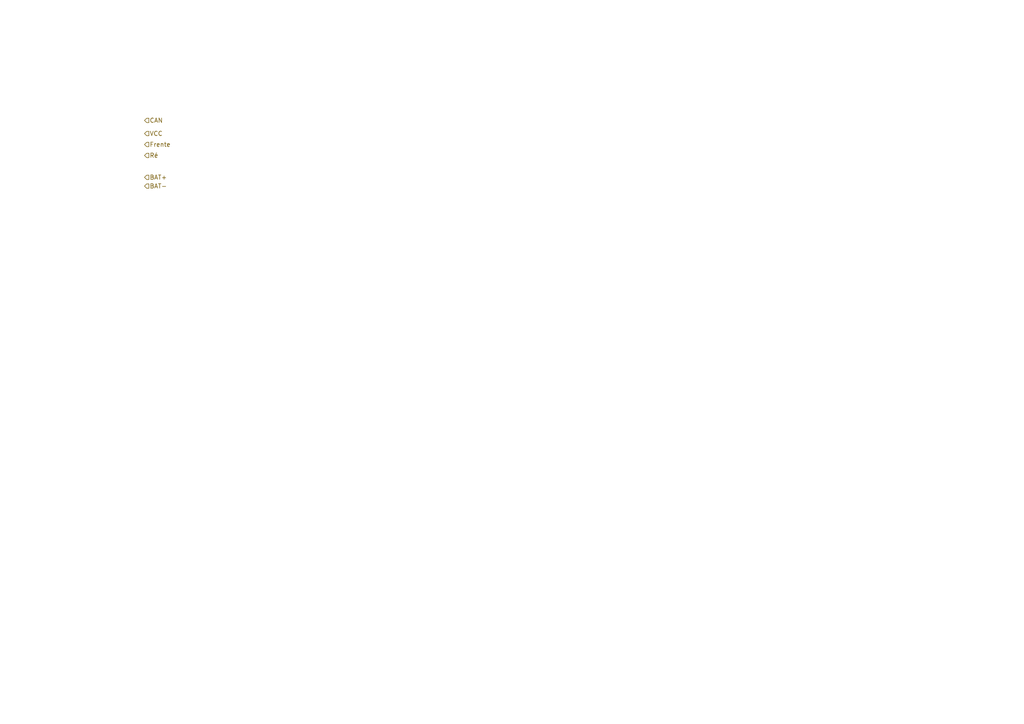
<source format=kicad_sch>
(kicad_sch (version 20211123) (generator eeschema)
  (paper "A4")
  (lib_symbols)
  (hierarchical_label "BAT+" (shape input) (at 41.91 51.435 0))
  (hierarchical_label "CAN" (shape input) (at 41.91 34.925 0))
  (hierarchical_label "VCC" (shape input) (at 41.91 38.735 0))
  (hierarchical_label "BAT-" (shape input) (at 41.91 53.975 0))
  (hierarchical_label "Frente" (shape input) (at 41.91 41.91 0))
  (hierarchical_label "Ré" (shape input) (at 41.91 45.085 0))
)
</source>
